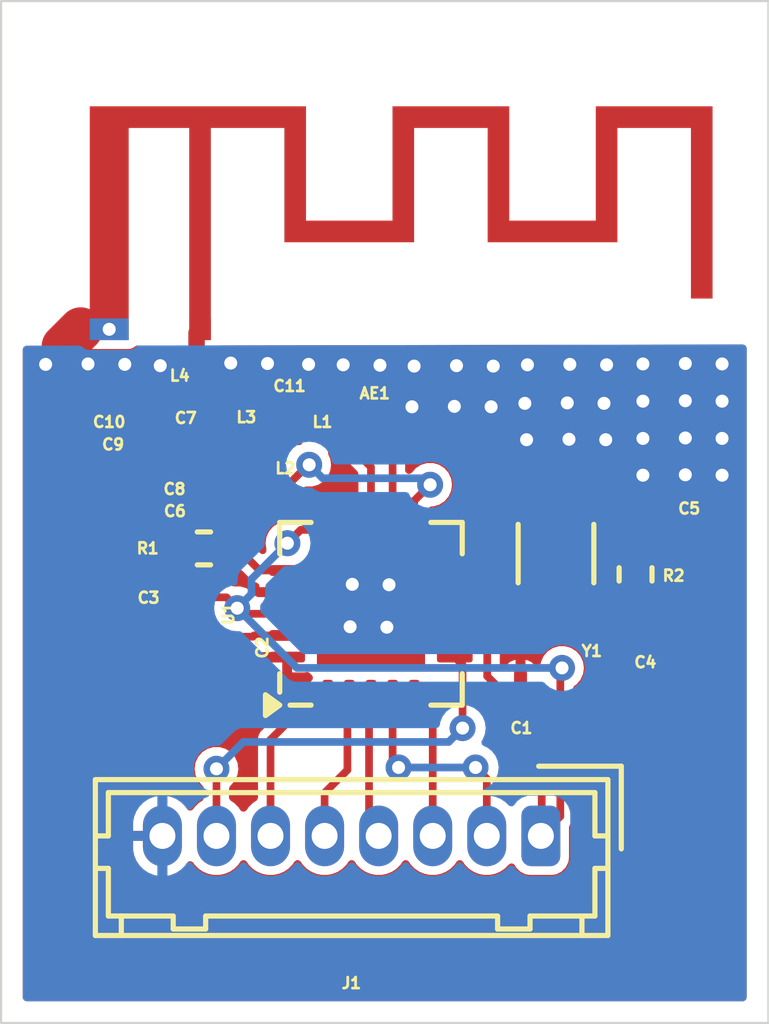
<source format=kicad_pcb>
(kicad_pcb (version 20240108) (generator "pcbnew") (generator_version "8.0")
  (layers (0 "F.Cu" signal) (31 "B.Cu" signal) (34 "B.Paste" user) (35 "F.Paste" user) (36 "B.SilkS" user "B.Silkscreen") (37 "F.SilkS" user "F.Silkscreen") (38 "B.Mask" user) (39 "F.Mask" user) (44 "Edge.Cuts" user))
  (net 0 "")
  (net 1 "Net-(AE1-A)")
  (net 2 "VDD")
  (net 3 "GND")
  (net 4 "Net-(U1-DVDD)")
  (net 5 "Net-(U1-XC2)")
  (net 6 "Net-(U1-XC1)")
  (net 7 "Net-(U1-VDD_PA)")
  (net 8 "Net-(C10-Pad1)")
  (net 9 "Net-(C7-Pad1)")
  (net 10 "Net-(J1-Pin_5)")
  (net 11 "Net-(J1-Pin_7)")
  (net 12 "Net-(J1-Pin_3)")
  (net 13 "Net-(J1-Pin_4)")
  (net 14 "Net-(J1-Pin_6)")
  (net 15 "Net-(J1-Pin_2)")
  (net 16 "Net-(U1-ANT1)")
  (net 17 "Net-(U1-ANT2)")
  (net 18 "Net-(U1-IREF)")
  (footprint "Capacitor_SMD:C_01005_0402Metric" (layer "F.Cu") (at 102.225 76 180)
    (property "Reference" "C6" (at 0.975 -0.24 360) (layer "F.SilkS") (effects (font (size 0.254 0.254) (thickness 0.0762))))
    (property "Value" "C_Small")
    (pad "1" smd roundrect (at -0.25 0 180) (size 0.4 0.3) (layers "F.Cu" "F.Mask") (net 7 "Net-(U1-VDD_PA)"))
    (pad "2" smd roundrect (at 0.25 0 180) (size 0.4 0.3) (layers "F.Cu" "F.Mask") (net 3 "GND"))
  )
  (footprint "Package_DFN_QFN:QFN-20-1EP_4x4mm_P0.5mm_EP2.5x2.5mm" (layer "F.Cu") (at 105.7825 78.61 90)
    (property "Reference" "U1" (at 0 -3.3 90) (layer "F.SilkS") (effects (font (size 0.254 0.254) (thickness 0.0762))))
    (property "Value" "nRF24L01P")
    (fp_line (start 2.11 -2.11) (end 2.11 -1.385) (stroke (width 0.12)) (layer "F.SilkS"))
    (fp_line (start 1.385 -2.11) (end 2.11 -2.11) (stroke (width 0.12)) (layer "F.SilkS"))
    (fp_line (start -1.385 -2.11) (end -1.81 -2.11) (stroke (width 0.12)) (layer "F.SilkS"))
    (fp_line (start -2.11 -1.385) (end -2.11 -1.87) (stroke (width 0.12)) (layer "F.SilkS"))
    (fp_line (start 2.11 2.11) (end 2.11 1.385) (stroke (width 0.12)) (layer "F.SilkS"))
    (fp_line (start 1.385 2.11) (end 2.11 2.11) (stroke (width 0.12)) (layer "F.SilkS"))
    (fp_line (start -1.385 2.11) (end -2.11 2.11) (stroke (width 0.12)) (layer "F.SilkS"))
    (fp_line (start -2.11 2.11) (end -2.11 1.385) (stroke (width 0.12)) (layer "F.SilkS"))
    (fp_poly (pts (xy -2.11 -2.11) (xy -2.35 -2.44) (xy -1.87 -2.44) (xy -2.11 -2.11)) (stroke (width 0.12)) (fill solid) (layer "F.SilkS"))
    (pad "1" smd roundrect (at -1.9375 -1 90) (size 0.825 0.25) (layers "F.Cu" "F.Paste" "F.Mask") (net 14 "Net-(J1-Pin_6)"))
    (pad "2" smd roundrect (at -1.9375 -0.5 90) (size 0.825 0.25) (layers "F.Cu" "F.Paste" "F.Mask") (net 10 "Net-(J1-Pin_5)"))
    (pad "3" smd roundrect (at -1.9375 0 90) (size 0.825 0.25) (layers "F.Cu" "F.Paste" "F.Mask") (net 13 "Net-(J1-Pin_4)"))
    (pad "4" smd roundrect (at -1.9375 0.5 90) (size 0.825 0.25) (layers "F.Cu" "F.Paste" "F.Mask") (net 15 "Net-(J1-Pin_2)"))
    (pad "5" smd roundrect (at -1.9375 1 90) (size 0.825 0.25) (layers "F.Cu" "F.Paste" "F.Mask") (net 12 "Net-(J1-Pin_3)"))
    (pad "6" smd roundrect (at -1 1.9375 90) (size 0.25 0.825) (layers "F.Cu" "F.Paste" "F.Mask") (net 11 "Net-(J1-Pin_7)"))
    (pad "7" smd roundrect (at -0.5 1.9375 90) (size 0.25 0.825) (layers "F.Cu" "F.Paste" "F.Mask") (net 2 "VDD"))
    (pad "8" smd roundrect (at 0 1.9375 90) (size 0.25 0.825) (layers "F.Cu" "F.Paste" "F.Mask") (net 3 "GND"))
    (pad "9" smd roundrect (at 0.5 1.9375 90) (size 0.25 0.825) (layers "F.Cu" "F.Paste" "F.Mask") (net 5 "Net-(U1-XC2)"))
    (pad "10" smd roundrect (at 1 1.9375 90) (size 0.25 0.825) (layers "F.Cu" "F.Paste" "F.Mask") (net 6 "Net-(U1-XC1)"))
    (pad "11" smd roundrect (at 1.9375 1 90) (size 0.825 0.25) (layers "F.Cu" "F.Paste" "F.Mask") (net 7 "Net-(U1-VDD_PA)"))
    (pad "12" smd roundrect (at 1.9375 0.5 90) (size 0.825 0.25) (layers "F.Cu" "F.Paste" "F.Mask") (net 16 "Net-(U1-ANT1)"))
    (pad "13" smd roundrect (at 1.9375 0 90) (size 0.825 0.25) (layers "F.Cu" "F.Paste" "F.Mask") (net 17 "Net-(U1-ANT2)"))
    (pad "14" smd roundrect (at 1.9375 -0.5 90) (size 0.825 0.25) (layers "F.Cu" "F.Paste" "F.Mask") (net 3 "GND"))
    (pad "15" smd roundrect (at 1.9375 -1 90) (size 0.825 0.25) (layers "F.Cu" "F.Paste" "F.Mask") (net 2 "VDD"))
    (pad "16" smd roundrect (at 1 -1.9375 90) (size 0.25 0.825) (layers "F.Cu" "F.Paste" "F.Mask") (net 18 "Net-(U1-IREF)"))
    (pad "17" smd roundrect (at 0.5 -1.9375 90) (size 0.25 0.825) (layers "F.Cu" "F.Paste" "F.Mask") (net 3 "GND"))
    (pad "18" smd roundrect (at 0 -1.9375 90) (size 0.25 0.825) (layers "F.Cu" "F.Paste" "F.Mask") (net 2 "VDD"))
    (pad "19" smd roundrect (at -0.5 -1.9375 90) (size 0.25 0.825) (layers "F.Cu" "F.Paste" "F.Mask") (net 4 "Net-(U1-DVDD)"))
    (pad "20" smd roundrect (at -1 -1.9375 90) (size 0.25 0.825) (layers "F.Cu" "F.Paste" "F.Mask") (net 3 "GND"))
    (pad "21" smd rect (at 0 0 90) (size 2.5 2.5) (property pad_prop_heatsink) (layers "F.Cu" "F.Mask"))
  )
  (footprint "Crystal:Crystal_SMD_3215-2Pin_3.2x1.5mm" (layer "F.Cu") (at 110.06 77.22 -90)
    (property "Reference" "Y1" (at 2.25 -0.83 180) (layer "F.SilkS") (effects (font (size 0.254 0.254) (thickness 0.0762))))
    (property "Value" "16MHz")
    (fp_line (start -0.675 0.875) (end 0.675 0.875) (stroke (width 0.12)) (layer "F.SilkS"))
    (fp_line (start -0.675 -0.875) (end 0.675 -0.875) (stroke (width 0.12)) (layer "F.SilkS"))
    (pad "1" smd rect (at 1.25 0 270) (size 1 1.8) (layers "F.Cu" "F.Paste" "F.Mask") (net 5 "Net-(U1-XC2)"))
    (pad "2" smd rect (at -1.25 0 270) (size 1 1.8) (layers "F.Cu" "F.Paste" "F.Mask") (net 6 "Net-(U1-XC1)"))
  )
  (footprint "Inductor_SMD:L_01005_0402Metric" (layer "F.Cu") (at 104.05 74.265 -90)
    (property "Reference" "L1" (at -0.085 -0.61 180) (layer "F.SilkS") (effects (font (size 0.254 0.254) (thickness 0.0762))))
    (property "Value" "8n2")
    (pad "1" smd roundrect (at -0.25 0 270) (size 0.4 0.3) (layers "F.Cu" "F.Mask") (net 16 "Net-(U1-ANT1)"))
    (pad "2" smd roundrect (at 0.25 0 270) (size 0.4 0.3) (layers "F.Cu" "F.Mask") (net 17 "Net-(U1-ANT2)"))
  )
  (footprint "Capacitor_SMD:C_01005_0402Metric" (layer "F.Cu") (at 101.5625 75.1625 180)
    (property "Reference" "C8" (at 0.3225 -0.5675 360) (layer "F.SilkS") (effects (font (size 0.254 0.254) (thickness 0.0762))))
    (property "Value" "C_Small")
    (pad "1" smd roundrect (at -0.25 0 180) (size 0.4 0.3) (layers "F.Cu" "F.Mask") (net 7 "Net-(U1-VDD_PA)"))
    (pad "2" smd roundrect (at 0.25 0 180) (size 0.4 0.3) (layers "F.Cu" "F.Mask") (net 3 "GND"))
  )
  (footprint "Capacitor_SMD:C_01005_0402Metric" (layer "F.Cu") (at 112.125 79.2)
    (property "Reference" "C4" (at 0 0.53 0) (layer "F.SilkS") (effects (font (size 0.254 0.254) (thickness 0.0762))))
    (property "Value" "22p")
    (pad "1" smd roundrect (at -0.25 0) (size 0.4 0.3) (layers "F.Cu" "F.Mask") (net 5 "Net-(U1-XC2)"))
    (pad "2" smd roundrect (at 0.25 0) (size 0.4 0.3) (layers "F.Cu" "F.Mask") (net 3 "GND"))
  )
  (footprint "Inductor_SMD:L_01005_0402Metric" (layer "F.Cu") (at 101.495 73.59)
    (property "Reference" "L4" (at -0.135 -0.48 360) (layer "F.SilkS") (effects (font (size 0.254 0.254) (thickness 0.0762))))
    (property "Value" "Lx")
    (pad "1" smd roundrect (at -0.25 0) (size 0.4 0.3) (layers "F.Cu" "F.Mask") (net 8 "Net-(C10-Pad1)"))
    (pad "2" smd roundrect (at 0.25 0) (size 0.4 0.3) (layers "F.Cu" "F.Mask") (net 1 "Net-(AE1-A)"))
  )
  (footprint "Capacitor_SMD:C_01005_0402Metric" (layer "F.Cu") (at 100.145 73.59 180)
    (property "Reference" "C10" (at 0.415 -0.59 360) (layer "F.SilkS") (effects (font (size 0.254 0.254) (thickness 0.0762))))
    (property "Value" "Cx")
    (pad "1" smd roundrect (at -0.25 0 180) (size 0.4 0.3) (layers "F.Cu" "F.Mask") (net 8 "Net-(C10-Pad1)"))
    (pad "2" smd roundrect (at 0.25 0 180) (size 0.4 0.3) (layers "F.Cu" "F.Mask") (net 3 "GND"))
  )
  (footprint "Capacitor_SMD:C_01005_0402Metric" (layer "F.Cu") (at 109.24 80.355 90)
    (property "Reference" "C1" (at -0.895 0.02 180) (layer "F.SilkS") (effects (font (size 0.254 0.254) (thickness 0.0762))))
    (property "Value" "10n")
    (pad "1" smd roundrect (at -0.25 0 90) (size 0.4 0.3) (layers "F.Cu" "F.Mask") (net 2 "VDD"))
    (pad "2" smd roundrect (at 0.25 0 90) (size 0.4 0.3) (layers "F.Cu" "F.Mask") (net 3 "GND"))
  )
  (footprint "Capacitor_SMD:C_01005_0402Metric" (layer "F.Cu") (at 102.27 79.39 -90)
    (property "Reference" "C2" (at 0 -1 90) (layer "F.SilkS") (effects (font (size 0.254 0.254) (thickness 0.0762))))
    (property "Value" "33n")
    (pad "1" smd roundrect (at -0.25 0 270) (size 0.4 0.3) (layers "F.Cu" "F.Mask") (net 4 "Net-(U1-DVDD)"))
    (pad "2" smd roundrect (at 0.25 0 270) (size 0.4 0.3) (layers "F.Cu" "F.Mask") (net 3 "GND"))
  )
  (footprint "Capacitor_SMD:C_01005_0402Metric" (layer "F.Cu") (at 100.4375 74.675 -90)
    (property "Reference" "C9" (at 0.025 0.6175 180) (layer "F.SilkS") (effects (font (size 0.254 0.254) (thickness 0.0762))))
    (property "Value" "1p")
    (pad "1" smd roundrect (at -0.25 0 270) (size 0.4 0.3) (layers "F.Cu" "F.Mask") (net 8 "Net-(C10-Pad1)"))
    (pad "2" smd roundrect (at 0.25 0 270) (size 0.4 0.3) (layers "F.Cu" "F.Mask") (net 3 "GND"))
  )
  (footprint "Capacitor_SMD:C_01005_0402Metric" (layer "F.Cu") (at 101.69 78.23 180)
    (property "Reference" "C3" (at 1.05 -0.01 360) (layer "F.SilkS") (effects (font (size 0.254 0.254) (thickness 0.0762))))
    (property "Value" "1n")
    (pad "1" smd roundrect (at -0.25 0 180) (size 0.4 0.3) (layers "F.Cu" "F.Mask") (net 2 "VDD"))
    (pad "2" smd roundrect (at 0.25 0 180) (size 0.4 0.3) (layers "F.Cu" "F.Mask") (net 3 "GND"))
  )
  (footprint "Connector_Hirose:Hirose_DF13-08P-1.25DSA_1x08_P1.25mm_Vertical" (layer "F.Cu") (at 109.71 83.74 180)
    (property "Reference" "J1" (at 4.38 -3.4 360) (layer "F.SilkS") (effects (font (size 0.254 0.254) (thickness 0.0762))))
    (property "Value" "Conn_01x08_Pin")
    (fp_line (start 10.3 1.3) (end 10.3 -2.3) (stroke (width 0.12)) (layer "F.SilkS"))
    (fp_line (start 10.3 -0.75) (end 10 -0.75) (stroke (width 0.12)) (layer "F.SilkS"))
    (fp_line (start 10.3 -2.3) (end -1.55 -2.3) (stroke (width 0.12)) (layer "F.SilkS"))
    (fp_line (start 10 1) (end 10 0) (stroke (width 0.12)) (layer "F.SilkS"))
    (fp_line (start 10 0) (end 10.3 0) (stroke (width 0.12)) (layer "F.SilkS"))
    (fp_line (start 10 -0.75) (end 10 -1.85) (stroke (width 0.12)) (layer "F.SilkS"))
    (fp_line (start 10 -1.85) (end 9.7 -1.85) (stroke (width 0.12)) (layer "F.SilkS"))
    (fp_line (start 9.7 -1.85) (end 9.7 -2.3) (stroke (width 0.12)) (layer "F.SilkS"))
    (fp_line (start 8.5 -1.85) (end 9.7 -1.85) (stroke (width 0.12)) (layer "F.SilkS"))
    (fp_line (start 8.5 -2.15) (end 8.5 -1.85) (stroke (width 0.12)) (layer "F.SilkS"))
    (fp_line (start 7.75 -1.85) (end 7.75 -2.15) (stroke (width 0.12)) (layer "F.SilkS"))
    (fp_line (start 7.75 -2.15) (end 8.5 -2.15) (stroke (width 0.12)) (layer "F.SilkS"))
    (fp_line (start 1 -1.85) (end 7.75 -1.85) (stroke (width 0.12)) (layer "F.SilkS"))
    (fp_line (start 1 -2.15) (end 1 -1.85) (stroke (width 0.12)) (layer "F.SilkS"))
    (fp_line (start 0.25 -1.85) (end 0.25 -2.15) (stroke (width 0.12)) (layer "F.SilkS"))
    (fp_line (start 0.25 -2.15) (end 1 -2.15) (stroke (width 0.12)) (layer "F.SilkS"))
    (fp_line (start -0.95 -1.85) (end 0.25 -1.85) (stroke (width 0.12)) (layer "F.SilkS"))
    (fp_line (start -0.95 -1.85) (end -0.95 -2.3) (stroke (width 0.12)) (layer "F.SilkS"))
    (fp_line (start -1.25 1) (end 10 1) (stroke (width 0.12)) (layer "F.SilkS"))
    (fp_line (start -1.25 0) (end -1.25 1) (stroke (width 0.12)) (layer "F.SilkS"))
    (fp_line (start -1.25 -0.75) (end -1.25 -1.85) (stroke (width 0.12)) (layer "F.SilkS"))
    (fp_line (start -1.25 -1.85) (end -0.95 -1.85) (stroke (width 0.12)) (layer "F.SilkS"))
    (fp_line (start -1.55 1.3) (end 10.3 1.3) (stroke (width 0.12)) (layer "F.SilkS"))
    (fp_line (start -1.55 0) (end -1.25 0) (stroke (width 0.12)) (layer "F.SilkS"))
    (fp_line (start -1.55 -0.75) (end -1.25 -0.75) (stroke (width 0.12)) (layer "F.SilkS"))
    (fp_line (start -1.55 -2.3) (end -1.55 1.3) (stroke (width 0.12)) (layer "F.SilkS"))
    (fp_line (start -1.86 1.61) (end 0.05 1.61) (stroke (width 0.12)) (layer "F.SilkS"))
    (fp_line (start -1.86 -0.3) (end -1.86 1.61) (stroke (width 0.12)) (layer "F.SilkS"))
    (pad "1" thru_hole roundrect (at 0 0 180) (size 0.9 1.4) (drill 0.6) (layers "*.Cu" "*.Mask") (net 2 "VDD"))
    (pad "2" thru_hole oval (at 1.25 0 180) (size 0.9 1.4) (drill 0.6) (layers "*.Cu" "*.Mask") (net 15 "Net-(J1-Pin_2)"))
    (pad "3" thru_hole oval (at 2.5 0 180) (size 0.9 1.4) (drill 0.6) (layers "*.Cu" "*.Mask") (net 12 "Net-(J1-Pin_3)"))
    (pad "4" thru_hole oval (at 3.75 0 180) (size 0.9 1.4) (drill 0.6) (layers "*.Cu" "*.Mask") (net 13 "Net-(J1-Pin_4)"))
    (pad "5" thru_hole oval (at 5 0 180) (size 0.9 1.4) (drill 0.6) (layers "*.Cu" "*.Mask") (net 10 "Net-(J1-Pin_5)"))
    (pad "6" thru_hole oval (at 6.25 0 180) (size 0.9 1.4) (drill 0.6) (layers "*.Cu" "*.Mask") (net 14 "Net-(J1-Pin_6)"))
    (pad "7" thru_hole oval (at 7.5 0 180) (size 0.9 1.4) (drill 0.6) (layers "*.Cu" "*.Mask") (net 11 "Net-(J1-Pin_7)"))
    (pad "8" thru_hole oval (at 8.75 0 180) (size 0.9 1.4) (drill 0.6) (layers "*.Cu" "*.Mask") (net 3 "GND"))
  )
  (footprint "RF_Antenna:Texas_SWRA117D_2.4GHz_Right" (layer "F.Cu") (at 101.83 72.04)
    (property "Reference" "AE1" (at 4.04 1.48 0) (layer "F.SilkS") (effects (font (size 0.254 0.254) (thickness 0.0762))))
    (property "Value" "Antenna")
    (fp_poly (pts (xy 2.45 -2.51) (xy 4.45 -2.51) (xy 4.45 -5.15) (xy 7.15 -5.15) (xy 7.15 -2.51) (xy 9.15 -2.51) (xy 9.15 -5.15) (xy 11.85 -5.15) (xy 11.85 -0.71) (xy 11.35 -0.71) (xy 11.35 -4.65) (xy 9.65 -4.65) (xy 9.65 -2.01) (xy 6.65 -2.01) (xy 6.65 -4.65) (xy 4.95 -4.65) (xy 4.95 -2.01) (xy 1.95 -2.01) (xy 1.95 -4.65) (xy 0.25 -4.65) (xy 0.25 0.25) (xy -0.25 0.25) (xy -0.25 -4.65) (xy -1.65 -4.65) (xy -1.65 0.25) (xy -2.55 0.25) (xy -2.55 0.006785) (xy -2.247583 0.006785) (xy -2.237742 0.054395) (xy -2.213674 0.096797) (xy -2.175731 0.129581) (xy -2.167819 0.133935) (xy -2.125156 0.146043) (xy -2.076637 0.1453) (xy -2.031122 0.1324) (xy -2.012511 0.121787) (xy -1.978868 0.086553) (xy -1.958309 0.041368) (xy -1.951778 -0.008158) (xy -1.960218 -0.056417) (xy -1.977112 -0.088643) (xy -2.012372 -0.121313) (xy -2.057682 -0.141408) (xy -2.107267 -0.147982) (xy -2.155353 -0.140092) (xy -2.188245 -0.123186) (xy -2.223185 -0.086416) (xy -2.242847 -0.041622) (xy -2.247583 0.006785) (xy -2.55 0.006785) (xy -2.55 -5.15) (xy 2.45 -5.15) (xy 2.45 -2.51)) (fill solid) (layer "F.Cu"))
    (pad "1" connect rect (at 0 0) (size 0.5 0.5) (layers "F.Cu") (net 1 "Net-(AE1-A)"))
    (pad "2" thru_hole rect (at -2.1 0) (size 0.9 0.5) (drill 0.3) (layers "*.Cu"))
  )
  (footprint "Capacitor_SMD:C_01005_0402Metric" (layer "F.Cu") (at 101.5125 74.4 180)
    (property "Reference" "C7" (at 0.0125 0.31 360) (layer "F.SilkS") (effects (font (size 0.254 0.254) (thickness 0.0762))))
    (property "Value" "1n5")
    (pad "1" smd roundrect (at -0.25 0 180) (size 0.4 0.3) (layers "F.Cu" "F.Mask") (net 9 "Net-(C7-Pad1)"))
    (pad "2" smd roundrect (at 0.25 0 180) (size 0.4 0.3) (layers "F.Cu" "F.Mask") (net 8 "Net-(C10-Pad1)"))
  )
  (footprint "Resistor_SMD:R_0402_1005Metric" (layer "F.Cu") (at 101.92 77.1 180)
    (property "Reference" "R1" (at 1.3 0 360) (layer "F.SilkS") (effects (font (size 0.254 0.254) (thickness 0.0762))))
    (property "Value" "22K")
    (fp_line (start -0.153641 0.38) (end 0.153641 0.38) (stroke (width 0.12)) (layer "F.SilkS"))
    (fp_line (start -0.153641 -0.38) (end 0.153641 -0.38) (stroke (width 0.12)) (layer "F.SilkS"))
    (pad "1" smd roundrect (at -0.51 0 180) (size 0.54 0.64) (layers "F.Cu" "F.Paste" "F.Mask") (net 18 "Net-(U1-IREF)"))
    (pad "2" smd roundrect (at 0.51 0 180) (size 0.54 0.64) (layers "F.Cu" "F.Paste" "F.Mask") (net 3 "GND"))
  )
  (footprint "Inductor_SMD:L_01005_0402Metric" (layer "F.Cu") (at 102.9125 74.4 180)
    (property "Reference" "L3" (at 0.0125 0.33 360) (layer "F.SilkS") (effects (font (size 0.254 0.254) (thickness 0.0762))))
    (property "Value" "3n9")
    (pad "1" smd roundrect (at -0.25 0 180) (size 0.4 0.3) (layers "F.Cu" "F.Mask") (net 16 "Net-(U1-ANT1)"))
    (pad "2" smd roundrect (at 0.25 0 180) (size 0.4 0.3) (layers "F.Cu" "F.Mask") (net 9 "Net-(C7-Pad1)"))
  )
  (footprint "Capacitor_SMD:C_01005_0402Metric" (layer "F.Cu") (at 102.845 73.59)
    (property "Reference" "C11" (at 1.055 -0.24 360) (layer "F.SilkS") (effects (font (size 0.254 0.254) (thickness 0.0762))))
    (property "Value" "Cx")
    (pad "1" smd roundrect (at -0.25 0) (size 0.4 0.3) (layers "F.Cu" "F.Mask") (net 1 "Net-(AE1-A)"))
    (pad "2" smd roundrect (at 0.25 0) (size 0.4 0.3) (layers "F.Cu" "F.Mask") (net 3 "GND"))
  )
  (footprint "Inductor_SMD:L_01005_0402Metric" (layer "F.Cu") (at 102.9625 75.1625 180)
    (property "Reference" "L2" (at -0.8375 -0.0875 360) (layer "F.SilkS") (effects (font (size 0.254 0.254) (thickness 0.0762))))
    (property "Value" "2n7")
    (pad "1" smd roundrect (at -0.25 0 180) (size 0.4 0.3) (layers "F.Cu" "F.Mask") (net 17 "Net-(U1-ANT2)"))
    (pad "2" smd roundrect (at 0.25 0 180) (size 0.4 0.3) (layers "F.Cu" "F.Mask") (net 7 "Net-(U1-VDD_PA)"))
  )
  (footprint "Resistor_SMD:R_0402_1005Metric" (layer "F.Cu") (at 111.9 77.7 90)
    (property "Reference" "R2" (at -0.03 0.88 180) (layer "F.SilkS") (effects (font (size 0.254 0.254) (thickness 0.0762))))
    (property "Value" "10M")
    (fp_line (start -0.153641 -0.38) (end 0.153641 -0.38) (stroke (width 0.12)) (layer "F.SilkS"))
    (fp_line (start -0.153641 0.38) (end 0.153641 0.38) (stroke (width 0.12)) (layer "F.SilkS"))
    (pad "1" smd roundrect (at -0.51 0 90) (size 0.54 0.64) (layers "F.Cu" "F.Paste" "F.Mask") (net 5 "Net-(U1-XC2)"))
    (pad "2" smd roundrect (at 0.51 0 90) (size 0.54 0.64) (layers "F.Cu" "F.Paste" "F.Mask") (net 6 "Net-(U1-XC1)"))
  )
  (footprint "Capacitor_SMD:C_01005_0402Metric" (layer "F.Cu") (at 112.125 76.2)
    (property "Reference" "C5" (at 1.015 -0.02 0) (layer "F.SilkS") (effects (font (size 0.254 0.254) (thickness 0.0762))))
    (property "Value" "22p")
    (pad "1" smd roundrect (at -0.25 0) (size 0.4 0.3) (layers "F.Cu" "F.Mask") (net 6 "Net-(U1-XC1)"))
    (pad "2" smd roundrect (at 0.25 0) (size 0.4 0.3) (layers "F.Cu" "F.Mask") (net 3 "GND"))
  )
  (gr_rect (start 97.23 64.46) (end 114.97 88.06) (stroke (width 0.05)) (fill none) (layer "Edge.Cuts"))
  (segment (start 101.75 73.585) (end 101.745 73.59) (width 0.1778) (layer "F.Cu") (net 1))
  (segment (start 101.83 72.04) (end 101.75 72.12) (width 0.1778) (layer "F.Cu") (net 1))
  (segment (start 101.745 73.59) (end 102.445 73.59) (width 0.1778) (layer "F.Cu") (net 1))
  (segment (start 101.75 72.12) (end 101.75 73.585) (width 0.381) (layer "F.Cu") (net 1))
  (segment (start 110.16 79.9) (end 110.16 83.29) (width 0.1778) (layer "F.Cu") (net 2))
  (segment (start 102.69 78.48) (end 102.44 78.23) (width 0.1778) (layer "F.Cu") (net 2))
  (segment (start 109.023288 80.605) (end 108.47 80.051712) (width 0.1778) (layer "F.Cu") (net 2))
  (segment (start 109.73 81.095) (end 109.73 83.72) (width 0.1778) (layer "F.Cu") (net 2))
  (segment (start 109.24 80.605) (end 109.73 81.095) (width 0.1778) (layer "F.Cu") (net 2))
  (segment (start 104.1575 76.6725) (end 104.7825 76.6725) (width 0.1778) (layer "F.Cu") (net 2))
  (segment (start 108.131186 79.11) (end 107.72 79.11) (width 0.1778) (layer "F.Cu") (net 2))
  (segment (start 110.16 83.29) (end 109.71 83.74) (width 0.1778) (layer "F.Cu") (net 2))
  (segment (start 102.44 78.23) (end 101.94 78.23) (width 0.1778) (layer "F.Cu") (net 2))
  (segment (start 109.24 80.605) (end 109.023288 80.605) (width 0.1778) (layer "F.Cu") (net 2))
  (segment (start 109.73 83.72) (end 109.71 83.74) (width 0.1778) (layer "F.Cu") (net 2))
  (segment (start 102.69 78.48) (end 102.82 78.61) (width 0.1778) (layer "F.Cu") (net 2))
  (segment (start 108.47 80.051712) (end 108.47 79.448814) (width 0.1778) (layer "F.Cu") (net 2))
  (segment (start 108.47 79.448814) (end 108.131186 79.11) (width 0.1778) (layer "F.Cu") (net 2))
  (segment (start 102.82 78.61) (end 103.845 78.61) (width 0.1778) (layer "F.Cu") (net 2))
  (segment (start 103.85 76.98) (end 104.1575 76.6725) (width 0.1778) (layer "F.Cu") (net 2))
  (segment (start 110.2 79.86) (end 110.16 79.9) (width 0.1778) (layer "F.Cu") (net 2))
  (via (at 103.85 76.98) (size 0.6) (drill 0.3) (layers "F.Cu" "B.Cu") (net 2))
  (via (at 102.69 78.48) (size 0.6) (drill 0.3) (layers "F.Cu" "B.Cu") (net 2))
  (via (at 110.2 79.86) (size 0.6) (drill 0.3) (layers "F.Cu" "B.Cu") (net 2))
  (segment (start 104.07 79.86) (end 110.2 79.86) (width 0.1778) (layer "B.Cu") (net 2))
  (segment (start 103.02 78.15) (end 102.69 78.48) (width 0.1778) (layer "B.Cu") (net 2))
  (segment (start 103.85 76.98) (end 103.02 77.81) (width 0.1778) (layer "B.Cu") (net 2))
  (segment (start 103.02 77.81) (end 103.02 78.15) (width 0.1778) (layer "B.Cu") (net 2))
  (segment (start 102.69 78.48) (end 104.07 79.86) (width 0.1778) (layer "B.Cu") (net 2))
  (segment (start 99.069999 72.04) (end 98.676415 72.433584) (width 1.016) (layer "F.Cu") (net 3))
  (segment (start 99.73 72.04) (end 99.069999 72.04) (width 0.1778) (layer "F.Cu") (net 3))
  (via (at 108.61 72.89) (size 0.6) (drill 0.3) (layers "F.Cu" "B.Cu") (net 3))
  (via (at 105.14 72.86) (size 0.6) (drill 0.3) (layers "F.Cu" "B.Cu") (net 3))
  (via (at 98.26 72.85) (size 0.6) (drill 0.3) (layers "F.Cu" "B.Cu") (net 3))
  (via (at 108.56 73.83) (size 0.6) (drill 0.3) (layers "F.Cu" "B.Cu") (net 3))
  (via (at 111.23 72.86) (size 0.6) (drill 0.3) (layers "F.Cu" "B.Cu") (net 3))
  (via (at 109.38 74.59) (size 0.6) (drill 0.3) (layers "F.Cu" "B.Cu") (net 3))
  (via (at 104.34 72.85) (size 0.6) (drill 0.3) (layers "F.Cu" "B.Cu") (net 3))
  (via (at 103.39 72.83) (size 0.6) (drill 0.3) (layers "F.Cu" "B.Cu") (net 3))
  (via (at 113.9 73.7) (size 0.6) (drill 0.3) (layers "F.Cu" "B.Cu") (net 3))
  (via (at 109.4 72.86) (size 0.6) (drill 0.3) (layers "F.Cu" "B.Cu") (net 3))
  (via (at 105.99 72.87) (size 0.6) (drill 0.3) (layers "F.Cu" "B.Cu") (net 3))
  (via (at 107.71 73.82) (size 0.6) (drill 0.3) (layers "F.Cu" "B.Cu") (net 3))
  (via (at 113.9 75.41) (size 0.6) (drill 0.3) (layers "F.Cu" "B.Cu") (net 3))
  (via (at 111.21 74.59) (size 0.6) (drill 0.3) (layers "F.Cu" "B.Cu") (net 3))
  (via (at 106.73 73.83) (size 0.6) (drill 0.3) (layers "F.Cu" "B.Cu") (net 3))
  (via (at 110.32 73.74) (size 0.6) (drill 0.3) (layers "F.Cu" "B.Cu") (net 3))
  (via (at 105.35 77.93) (size 0.6) (drill 0.3) (layers "F.Cu" "B.Cu") (net 3))
  (via (at 102.54 72.82) (size 0.6) (drill 0.3) (layers "F.Cu" "B.Cu") (net 3))
  (via (at 112.07 73.7) (size 0.6) (drill 0.3) (layers "F.Cu" "B.Cu") (net 3))
  (via (at 100.09 72.85) (size 0.6) (drill 0.3) (layers "F.Cu" "B.Cu") (net 3))
  (via (at 113.05 73.69) (size 0.6) (drill 0.3) (layers "F.Cu" "B.Cu") (net 3))
  (via (at 111.17 73.75) (size 0.6) (drill 0.3) (layers "F.Cu" "B.Cu") (net 3))
  (via (at 113.05 72.83) (size 0.6) (drill 0.3) (layers "F.Cu" "B.Cu") (net 3))
  (via (at 99.24 72.84) (size 0.6) (drill 0.3) (layers "F.Cu" "B.Cu") (net 3))
  (via (at 105.3 78.91) (size 0.6) (drill 0.3) (layers "F.Cu" "B.Cu") (net 3))
  (via (at 113.9 74.56) (size 0.6) (drill 0.3) (layers "F.Cu" "B.Cu") (net 3))
  (via (at 110.36 74.58) (size 0.6) (drill 0.3) (layers "F.Cu" "B.Cu") (net 3))
  (via (at 109.34 73.75) (size 0.6) (drill 0.3) (layers "F.Cu" "B.Cu") (net 3))
  (via (at 112.07 72.84) (size 0.6) (drill 0.3) (layers "F.Cu" "B.Cu") (net 3))
  (via (at 113.9 72.84) (size 0.6) (drill 0.3) (layers "F.Cu" "B.Cu") (net 3))
  (via (at 100.91 72.88) (size 0.6) (drill 0.3) (layers "F.Cu" "B.Cu") (net 3))
  (via (at 112.07 74.56) (size 0.6) (drill 0.3) (layers "F.Cu" "B.Cu") (net 3))
  (via (at 113.05 75.4) (size 0.6) (drill 0.3) (layers "F.Cu" "B.Cu") (net 3))
  (via (at 106.15 78.92) (size 0.6) (drill 0.3) (layers "F.Cu" "B.Cu") (net 3))
  (via (at 106.78 72.89) (size 0.6) (drill 0.3) (layers "F.Cu" "B.Cu") (net 3))
  (via (at 106.2 77.94) (size 0.6) (drill 0.3) (layers "F.Cu" "B.Cu") (net 3))
  (via (at 107.76 72.88) (size 0.6) (drill 0.3) (layers "F.Cu" "B.Cu") (net 3))
  (via (at 113.05 74.55) (size 0.6) (drill 0.3) (layers "F.Cu" "B.Cu") (net 3))
  (via (at 112.07 75.41) (size 0.6) (drill 0.3) (layers "F.Cu" "B.Cu") (net 3))
  (via (at 110.38 72.85) (size 0.6) (drill 0.3) (layers "F.Cu" "B.Cu") (net 3))
  (segment (start 103.048814 79.14) (end 103.078814 79.11) (width 0.1778) (layer "F.Cu") (net 4))
  (segment (start 102.27 79.14) (end 103.048814 79.14) (width 0.1778) (layer "F.Cu") (net 4))
  (segment (start 103.078814 79.11) (end 103.845 79.11) (width 0.1778) (layer "F.Cu") (net 4))
  (segment (start 109.63 78.47) (end 111.145 78.47) (width 0.1778) (layer "F.Cu") (net 5))
  (segment (start 107.72 78.11) (end 109.27 78.11) (width 0.1778) (layer "F.Cu") (net 5))
  (segment (start 111.875 78.235) (end 111.9 78.21) (width 0.1778) (layer "F.Cu") (net 5))
  (segment (start 109.27 78.11) (end 109.63 78.47) (width 0.1778) (layer "F.Cu") (net 5))
  (segment (start 111.145 78.47) (end 111.875 79.2) (width 0.1778) (layer "F.Cu") (net 5))
  (segment (start 111.875 79.2) (end 111.875 78.235) (width 0.1778) (layer "F.Cu") (net 5))
  (segment (start 110.06 75.97) (end 111.645 75.97) (width 0.1778) (layer "F.Cu") (net 6))
  (segment (start 111.645 75.97) (end 111.875 76.2) (width 0.1778) (layer "F.Cu") (net 6))
  (segment (start 111.875 77.165) (end 111.9 77.19) (width 0.1778) (layer "F.Cu") (net 6))
  (segment (start 107.72 77.61) (end 108.42 77.61) (width 0.1778) (layer "F.Cu") (net 6))
  (segment (start 111.875 76.2) (end 111.875 77.165) (width 0.1778) (layer "F.Cu") (net 6))
  (segment (start 108.42 77.61) (end 110.06 75.97) (width 0.1778) (layer "F.Cu") (net 6))
  (segment (start 102.7125 75.7625) (end 102.475 76) (width 0.1778) (layer "F.Cu") (net 7))
  (segment (start 102.7125 75.379212) (end 102.7125 75.1625) (width 0.1778) (layer "F.Cu") (net 7))
  (segment (start 102.934688 75.6014) (end 102.7125 75.379212) (width 0.1778) (layer "F.Cu") (net 7))
  (segment (start 106.7825 75.9975) (end 106.7825 76.6725) (width 0.1778) (layer "F.Cu") (net 7))
  (segment (start 101.8125 75.1625) (end 102.7125 75.1625) (width 0.1778) (layer "F.Cu") (net 7))
  (segment (start 104.353737 75.169135) (end 104.330865 75.169135) (width 0.1778) (layer "F.Cu") (net 7))
  (segment (start 104.330865 75.169135) (end 103.8986 75.6014) (width 0.1778) (layer "F.Cu") (net 7))
  (segment (start 103.8986 75.6014) (end 102.934688 75.6014) (width 0.1778) (layer "F.Cu") (net 7))
  (segment (start 102.7125 75.1625) (end 102.7125 75.7625) (width 0.1778) (layer "F.Cu") (net 7))
  (segment (start 107.15 75.63) (end 106.7825 75.9975) (width 0.1778) (layer "F.Cu") (net 7))
  (via (at 104.353737 75.169135) (size 0.6) (drill 0.3) (layers "F.Cu" "B.Cu") (net 7))
  (via (at 107.15 75.63) (size 0.6) (drill 0.3) (layers "F.Cu" "B.Cu") (net 7))
  (segment (start 104.353737 75.169135) (end 104.664602 75.48) (width 0.1778) (layer "B.Cu") (net 7))
  (segment (start 104.664602 75.48) (end 107 75.48) (width 0.1778) (layer "B.Cu") (net 7))
  (segment (start 107 75.48) (end 107.15 75.63) (width 0.1778) (layer "B.Cu") (net 7))
  (segment (start 101.245 73.59) (end 101.245 74.3825) (width 0.1778) (layer "F.Cu") (net 8))
  (segment (start 100.4375 74.425) (end 100.4375 73.6325) (width 0.1778) (layer "F.Cu") (net 8))
  (segment (start 100.4375 74.425) (end 101.2375 74.425) (width 0.1778) (layer "F.Cu") (net 8))
  (segment (start 100.4375 73.6325) (end 100.395 73.59) (width 0.1778) (layer "F.Cu") (net 8))
  (segment (start 101.245 74.3825) (end 101.2625 74.4) (width 0.1778) (layer "F.Cu") (net 8))
  (segment (start 101.2375 74.425) (end 101.2625 74.4) (width 0.1778) (layer "F.Cu") (net 8))
  (segment (start 102.6625 74.4) (end 101.7625 74.4) (width 0.1778) (layer "F.Cu") (net 9))
  (segment (start 104.71 82.745038) (end 104.71 83.74) (width 0.1778) (layer "F.Cu") (net 10))
  (segment (start 105.2375 82.217538) (end 104.71 82.745038) (width 0.1778) (layer "F.Cu") (net 10))
  (segment (start 105.2375 80.2375) (end 105.2375 82.217538) (width 0.1778) (layer "F.Cu") (net 10))
  (segment (start 107.9 81.25) (end 107.9 79.79) (width 0.1778) (layer "F.Cu") (net 11))
  (segment (start 107.9 79.79) (end 107.72 79.61) (width 0.1778) (layer "F.Cu") (net 11))
  (segment (start 102.21 82.19) (end 102.21 83.74) (width 0.1778) (layer "F.Cu") (net 11))
  (via (at 102.21 82.19) (size 0.6) (drill 0.3) (layers "F.Cu" "B.Cu") (net 11))
  (via (at 107.9 81.25) (size 0.6) (drill 0.3) (layers "F.Cu" "B.Cu") (net 11))
  (segment (start 102.21 82.19) (end 102.83 81.57) (width 0.1778) (layer "B.Cu") (net 11))
  (segment (start 102.83 81.57) (end 107.58 81.57) (width 0.1778) (layer "B.Cu") (net 11))
  (segment (start 107.58 81.57) (end 107.9 81.25) (width 0.1778) (layer "B.Cu") (net 11))
  (segment (start 107.21 83.74) (end 107.21 80.71) (width 0.1778) (layer "F.Cu") (net 12))
  (segment (start 107.21 80.71) (end 106.7375 80.2375) (width 0.1778) (layer "F.Cu") (net 12))
  (segment (start 105.96 83.74) (end 105.7375 83.5175) (width 0.1778) (layer "F.Cu") (net 13))
  (segment (start 105.7375 83.5175) (end 105.7375 80.2375) (width 0.1778) (layer "F.Cu") (net 13))
  (segment (start 103.46 81.515) (end 103.46 83.74) (width 0.1778) (layer "F.Cu") (net 14))
  (segment (start 104.7375 80.2375) (end 103.46 81.515) (width 0.1778) (layer "F.Cu") (net 14))
  (segment (start 108.46 82.42) (end 108.46 83.74) (width 0.1778) (layer "F.Cu") (net 15))
  (segment (start 106.2825 80.5475) (end 106.2825 82.0214) (width 0.1778) (layer "F.Cu") (net 15))
  (segment (start 108.2 82.16) (end 108.46 82.42) (width 0.1778) (layer "F.Cu") (net 15))
  (segment (start 106.2825 82.0214) (end 106.42 82.1589) (width 0.1778) (layer "F.Cu") (net 15))
  (via (at 108.2 82.16) (size 0.6) (drill 0.3) (layers "F.Cu" "B.Cu") (net 15))
  (via (at 106.42 82.1589) (size 0.6) (drill 0.3) (layers "F.Cu" "B.Cu") (net 15))
  (segment (start 106.42 82.1589) (end 106.4211 82.16) (width 0.1778) (layer "B.Cu") (net 15))
  (segment (start 106.4211 82.16) (end 108.2 82.16) (width 0.1778) (layer "B.Cu") (net 15))
  (segment (start 103.1625 74.4) (end 103.26 74.4) (width 0.1778) (layer "F.Cu") (net 16))
  (segment (start 105.36 74.02) (end 106.2825 74.9425) (width 0.1778) (layer "F.Cu") (net 16))
  (segment (start 103.26 74.4) (end 103.64 74.02) (width 0.1778) (layer "F.Cu") (net 16))
  (segment (start 106.2825 74.9425) (end 106.2825 76.6725) (width 0.1778) (layer "F.Cu") (net 16))
  (segment (start 106.2825 76.6725) (end 106.2375 76.6275) (width 0.1778) (layer "F.Cu") (net 16))
  (segment (start 103.64 74.02) (end 105.36 74.02) (width 0.1778) (layer "F.Cu") (net 16))
  (segment (start 105.7825 75.2225) (end 105.7825 76.6725) (width 0.1778) (layer "F.Cu") (net 17))
  (segment (start 104.05 74.515) (end 105.075 74.515) (width 0.1778) (layer "F.Cu") (net 17))
  (segment (start 103.4025 75.1625) (end 104.05 74.515) (width 0.1778) (layer "F.Cu") (net 17))
  (segment (start 103.2125 75.1625) (end 103.4025 75.1625) (width 0.1778) (layer "F.Cu") (net 17))
  (segment (start 105.075 74.515) (end 105.7825 75.2225) (width 0.1778) (layer "F.Cu") (net 17))
  (segment (start 102.42 77.13) (end 102.42 76.98) (width 0.1778) (layer "F.Cu") (net 18))
  (segment (start 102.42 76.98) (end 102.46 76.94) (width 0.1778) (layer "F.Cu") (net 18))
  (segment (start 102.54 76.94) (end 103.21 77.61) (width 0.1778) (layer "F.Cu") (net 18))
  (segment (start 102.46 76.94) (end 102.54 76.94) (width 0.1778) (layer "F.Cu") (net 18))
  (segment (start 103.21 77.61) (end 103.845 77.61) (width 0.1778) (layer "F.Cu") (net 18))
  (zone (net 3) (net_name "GND") (layer "F.Cu") (priority 1) (connect_pads (clearance 0.1778)) (min_thickness 0.1778) (fill yes (thermal_gap 0.2286) (thermal_bridge_width 0.2286))
    (polygon (pts (xy 97.26 72.42) (xy 114.98 72.39) (xy 114.97 88.06) (xy 97.26 88.05)))
  )
  (zone (net 3) (net_name "GND") (layer "B.Cu") (connect_pads (clearance 0.2286)) (min_thickness 0.1778) (fill yes (thermal_gap 0.2286) (thermal_bridge_width 0.2286))
    (polygon (pts (xy 97.26 72.42) (xy 114.96 72.39) (xy 114.97 88.04) (xy 97.26 88.05)))
  )
)
</source>
